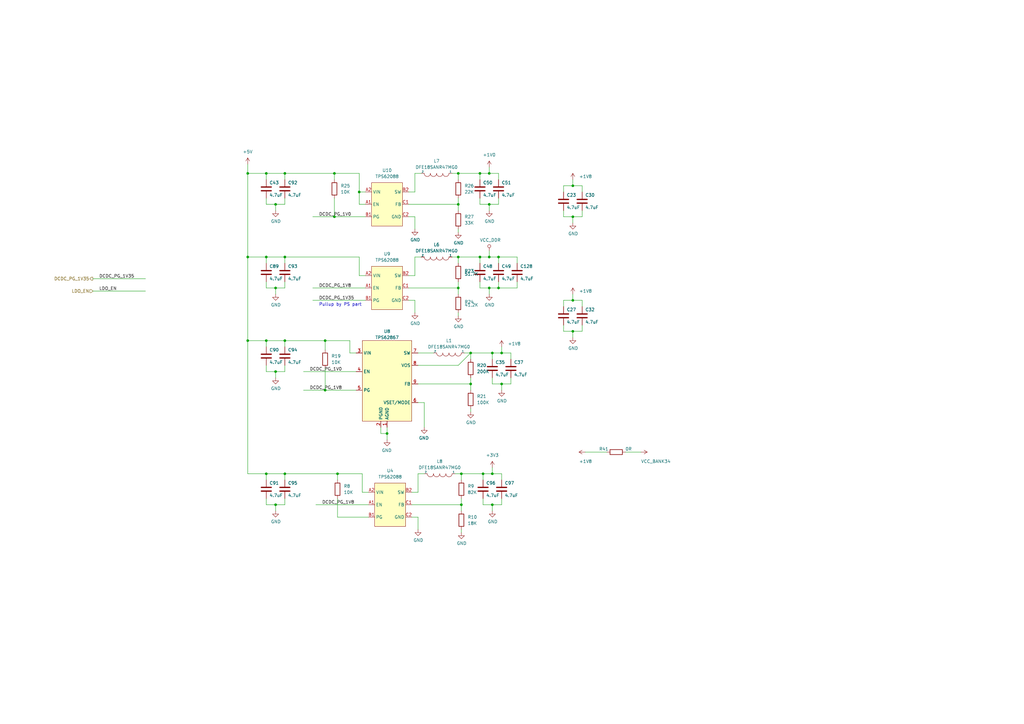
<source format=kicad_sch>
(kicad_sch (version 20231120) (generator "eeschema") (generator_version "8.0")
  (paper "A3")
  (lib_symbols
    (symbol "7z010_ddr:VCC_BANK34" (power) (pin_names (offset 0))
      (property "Value" "VCC_BANK34" (at 3.81 0 90))
      (symbol "VCC_BANK34_0_1"
        (polyline (pts (xy -0.762 1.27) (xy 0 2.54)))
        (polyline (pts (xy 0 0) (xy 0 2.54)))
        (polyline (pts (xy 0 2.54) (xy 0.762 1.27)))
      )
      (symbol "VCC_BANK34_1_1"
        (pin power_in line (at 0 0 90) (length 0) hide (name "VCC_BANK34") (number "1"))
      )
    )
    (symbol "7z010_ddr:VCC_DDR-power" (power) (pin_names (offset 0))
      (property "Value" "VCC_DDR-power" (at 0 3.81 0))
      (symbol "VCC_DDR-power_0_1"
        (polyline (pts (xy 0 0) (xy 0 1.27)))
        (circle (center 0 1.905) (radius 0.635))
      )
      (symbol "VCC_DDR-power_1_1"
        (pin power_in line (at 0 0 90) (length 0) hide (name "VCC_DDR") (number "1"))
      )
    )
    (symbol "Device:C" (pin_numbers hide) (pin_names (offset 0.254))
      (property "Reference" "C" (at 0.635 2.54 0))
      (property "Value" "C" (at 0.635 -2.54 0))
      (symbol "C_0_1"
        (polyline (pts (xy -2.032 -0.762) (xy 2.032 -0.762)) (stroke (width 0.508)))
        (polyline (pts (xy -2.032 0.762) (xy 2.032 0.762)) (stroke (width 0.508)))
      )
      (symbol "C_1_1"
        (pin passive line (at 0 3.81 270) (length 2.794) (name "~") (number "1"))
        (pin passive line (at 0 -3.81 90) (length 2.794) (name "~") (number "2"))
      )
    )
    (symbol "Device:R" (pin_numbers hide) (pin_names (offset 0))
      (property "Reference" "R" (at 2.032 0 90))
      (property "Value" "R" (at 0 0 90))
      (symbol "R_0_1"
        (rectangle (start -1.016 -2.54) (end 1.016 2.54) (stroke (width 0.254)))
      )
      (symbol "R_1_1"
        (pin passive line (at 0 3.81 270) (length 1.27) (name "~") (number "1"))
        (pin passive line (at 0 -3.81 90) (length 1.27) (name "~") (number "2"))
      )
    )
    (symbol "Power_Supervisor_Local:TPS62088"
      (property "Reference" "U10" (at 0 13.97 0))
      (property "Value" "TPS62088" (at 0 11.43 0))
      (symbol "TPS62088_0_1"
        (rectangle (start -6.35 8.89) (end 6.35 -8.89) (stroke (width 0.1524)) (fill (type background)))
      )
      (symbol "TPS62088_1_1"
        (pin input line (at -8.89 0 0) (length 2.54) (name "EN") (number "A1"))
        (pin power_in line (at -8.89 5.08 0) (length 2.54) (name "VIN") (number "A2"))
        (pin output line (at -8.89 -5.08 0) (length 2.54) (name "PG") (number "B1"))
        (pin power_out line (at 8.89 5.08 180) (length 2.54) (name "SW") (number "B2"))
        (pin input line (at 8.89 0 180) (length 2.54) (name "FB") (number "C1"))
        (pin passive line (at 8.89 -5.08 180) (length 2.54) (name "GND") (number "C2"))
      )
    )
    (symbol "Power_Supervisor_Local:TPS62867"
      (property "Reference" "U" (at 0 20.32 0))
      (property "Value" "TPS62867" (at 10.16 -20.32 0))
      (symbol "TPS62867_0_1"
        (rectangle (start -10.16 17.78) (end 10.16 -15.24) (stroke (width 0.1524)) (fill (type background)))
      )
      (symbol "TPS62867_1_1"
        (pin passive line (at 0 -17.78 90) (length 2.54) (name "AGND") (number "1"))
        (pin passive line (at -2.54 -17.78 90) (length 2.54) (name "PGND") (number "2"))
        (pin power_in line (at -12.7 12.7 0) (length 2.54) (name "VIN") (number "3"))
        (pin input line (at -12.7 5.08 0) (length 2.54) (name "EN") (number "4"))
        (pin open_collector line (at -12.7 -2.54 0) (length 2.54) (name "PG") (number "5"))
        (pin input line (at 12.7 -7.62 180) (length 2.54) (name "VSET/MODE") (number "6"))
        (pin power_out line (at 12.7 12.7 180) (length 2.54) (name "SW") (number "7"))
        (pin input line (at 12.7 7.62 180) (length 2.54) (name "VOS") (number "8"))
        (pin input line (at 12.7 0 180) (length 2.54) (name "FB") (number "9"))
      )
    )
    (symbol "power:+1V0" (power) (pin_names (offset 0))
      (property "Value" "+1V0" (at 0 3.556 0))
      (symbol "+1V0_0_1"
        (polyline (pts (xy -0.762 1.27) (xy 0 2.54)))
        (polyline (pts (xy 0 0) (xy 0 2.54)))
        (polyline (pts (xy 0 2.54) (xy 0.762 1.27)))
      )
      (symbol "+1V0_1_1"
        (pin power_in line (at 0 0 90) (length 0) hide (name "+1V0") (number "1"))
      )
    )
    (symbol "power:+1V8" (power) (pin_names (offset 0))
      (property "Value" "+1V8" (at 0 3.556 0))
      (symbol "+1V8_0_1"
        (polyline (pts (xy -0.762 1.27) (xy 0 2.54)))
        (polyline (pts (xy 0 0) (xy 0 2.54)))
        (polyline (pts (xy 0 2.54) (xy 0.762 1.27)))
      )
      (symbol "+1V8_1_1"
        (pin power_in line (at 0 0 90) (length 0) hide (name "+1V8") (number "1"))
      )
    )
    (symbol "power:+3.3V" (power) (pin_names (offset 0))
      (property "Value" "+3.3V" (at 0 3.556 0))
      (symbol "+3.3V_0_1"
        (polyline (pts (xy -0.762 1.27) (xy 0 2.54)))
        (polyline (pts (xy 0 0) (xy 0 2.54)))
        (polyline (pts (xy 0 2.54) (xy 0.762 1.27)))
      )
      (symbol "+3.3V_1_1"
        (pin power_in line (at 0 0 90) (length 0) hide (name "+3V3") (number "1"))
      )
    )
    (symbol "power:+5V" (power) (pin_names (offset 0))
      (property "Value" "+5V" (at 0 3.556 0))
      (symbol "+5V_0_1"
        (polyline (pts (xy -0.762 1.27) (xy 0 2.54)))
        (polyline (pts (xy 0 0) (xy 0 2.54)))
        (polyline (pts (xy 0 2.54) (xy 0.762 1.27)))
      )
      (symbol "+5V_1_1"
        (pin power_in line (at 0 0 90) (length 0) hide (name "+5V") (number "1"))
      )
    )
    (symbol "power:GND" (power) (pin_names (offset 0))
      (property "Value" "GND" (at 0 -3.81 0))
      (symbol "GND_0_1"
        (polyline (pts (xy 0 0) (xy 0 -1.27) (xy 1.27 -1.27) (xy 0 -2.54) (xy -1.27 -1.27) (xy 0 -1.27)))
      )
      (symbol "GND_1_1"
        (pin power_in line (at 0 0 270) (length 0) hide (name "GND") (number "1"))
      )
    )
    (symbol "pspice:INDUCTOR" (pin_numbers hide) (pin_names (offset 0))
      (property "Reference" "L" (at 0 2.54 0))
      (property "Value" "INDUCTOR" (at 0 -1.27 0))
      (symbol "INDUCTOR_0_1"
        (arc (start -2.54 0) (mid -3.81 1.2645) (end -5.08 0))
        (arc (start 0 0) (mid -1.27 1.2645) (end -2.54 0))
        (arc (start 2.54 0) (mid 1.27 1.2645) (end 0 0))
        (arc (start 5.08 0) (mid 3.81 1.2645) (end 2.54 0))
      )
      (symbol "INDUCTOR_1_1"
        (pin input line (at -6.35 0 0) (length 1.27) (name "1") (number "1"))
        (pin input line (at 6.35 0 180) (length 1.27) (name "2") (number "2"))
      )
    )
  )
  (junction (at 187.96 71.12))
  (junction (at 189.23 194.31))
  (junction (at 113.03 207.01))
  (junction (at 158.75 177.8))
  (junction (at 234.95 135.89))
  (junction (at 187.96 83.82))
  (junction (at 200.66 118.11))
  (junction (at 116.84 105.41))
  (junction (at 113.03 83.82))
  (junction (at 109.22 139.7))
  (junction (at 133.35 139.7))
  (junction (at 187.96 118.11))
  (junction (at 200.66 71.12))
  (junction (at 116.84 71.12))
  (junction (at 201.93 144.78))
  (junction (at 116.84 139.7))
  (junction (at 196.85 71.12))
  (junction (at 137.16 88.9))
  (junction (at 198.12 194.31))
  (junction (at 234.95 123.19))
  (junction (at 133.35 160.02))
  (junction (at 113.03 118.11))
  (junction (at 109.22 71.12))
  (junction (at 200.66 105.41))
  (junction (at 113.03 152.4))
  (junction (at 204.47 105.41))
  (junction (at 109.22 194.31))
  (junction (at 147.32 78.74))
  (junction (at 101.6 105.41))
  (junction (at 187.96 105.41))
  (junction (at 193.04 144.78))
  (junction (at 204.47 118.11))
  (junction (at 205.74 144.78))
  (junction (at 137.16 71.12))
  (junction (at 200.66 83.82))
  (junction (at 196.85 105.41))
  (junction (at 201.93 194.31))
  (junction (at 101.6 71.12))
  (junction (at 234.95 76.2))
  (junction (at 189.23 207.01))
  (junction (at 201.93 207.01))
  (junction (at 138.43 194.31))
  (junction (at 116.84 194.31))
  (junction (at 205.74 157.48))
  (junction (at 101.6 139.7))
  (junction (at 234.95 88.9))
  (junction (at 109.22 105.41))
  (junction (at 193.04 157.48))
  (wire (pts (xy 147.32 83.82) (xy 147.32 78.74)))
  (wire (pts (xy 209.55 144.78) (xy 209.55 147.32)))
  (wire (pts (xy 113.03 207.01) (xy 116.84 207.01)))
  (wire (pts (xy 147.32 78.74) (xy 149.86 78.74)))
  (wire (pts (xy 256.54 185.42) (xy 262.89 185.42)))
  (wire (pts (xy 234.95 73.66) (xy 234.95 76.2)))
  (wire (pts (xy 212.09 107.95) (xy 212.09 105.41)))
  (wire (pts (xy 205.74 204.47) (xy 205.74 207.01)))
  (wire (pts (xy 205.74 157.48) (xy 205.74 160.02)))
  (wire (pts (xy 198.12 194.31) (xy 201.93 194.31)))
  (wire (pts (xy 193.04 144.78) (xy 190.5 144.78)))
  (wire (pts (xy 193.04 167.64) (xy 193.04 168.91)))
  (wire (pts (xy 189.23 217.17) (xy 189.23 218.44)))
  (wire (pts (xy 170.18 71.12) (xy 172.72 71.12)))
  (wire (pts (xy 196.85 115.57) (xy 196.85 118.11)))
  (wire (pts (xy 109.22 204.47) (xy 109.22 207.01)))
  (wire (pts (xy 116.84 71.12) (xy 137.16 71.12)))
  (wire (pts (xy 205.74 144.78) (xy 209.55 144.78)))
  (wire (pts (xy 170.18 113.03) (xy 170.18 105.41)))
  (wire (pts (xy 193.04 144.78) (xy 187.96 149.86)))
  (wire (pts (xy 113.03 207.01) (xy 113.03 209.55)))
  (wire (pts (xy 109.22 105.41) (xy 116.84 105.41)))
  (wire (pts (xy 147.32 113.03) (xy 149.86 113.03)))
  (wire (pts (xy 109.22 81.28) (xy 109.22 83.82)))
  (wire (pts (xy 109.22 149.86) (xy 109.22 152.4)))
  (wire (pts (xy 113.03 152.4) (xy 113.03 154.94)))
  (wire (pts (xy 201.93 147.32) (xy 201.93 144.78)))
  (wire (pts (xy 231.14 135.89) (xy 234.95 135.89)))
  (wire (pts (xy 193.04 157.48) (xy 193.04 154.94)))
  (wire (pts (xy 148.59 194.31) (xy 148.59 201.93)))
  (wire (pts (xy 109.22 142.24) (xy 109.22 139.7)))
  (wire (pts (xy 143.51 144.78) (xy 146.05 144.78)))
  (wire (pts (xy 189.23 196.85) (xy 189.23 194.31)))
  (wire (pts (xy 196.85 118.11) (xy 200.66 118.11)))
  (wire (pts (xy 101.6 105.41) (xy 101.6 139.7)))
  (wire (pts (xy 133.35 139.7) (xy 143.51 139.7)))
  (wire (pts (xy 187.96 118.11) (xy 187.96 115.57)))
  (wire (pts (xy 116.84 204.47) (xy 116.84 207.01)))
  (wire (pts (xy 200.66 118.11) (xy 204.47 118.11)))
  (wire (pts (xy 231.14 133.35) (xy 231.14 135.89)))
  (wire (pts (xy 171.45 194.31) (xy 173.99 194.31)))
  (wire (pts (xy 204.47 118.11) (xy 212.09 118.11)))
  (wire (pts (xy 137.16 71.12) (xy 147.32 71.12)))
  (wire (pts (xy 204.47 115.57) (xy 204.47 118.11)))
  (wire (pts (xy 171.45 144.78) (xy 177.8 144.78)))
  (wire (pts (xy 133.35 160.02) (xy 146.05 160.02)))
  (wire (pts (xy 231.14 76.2) (xy 234.95 76.2)))
  (wire (pts (xy 170.18 78.74) (xy 170.18 71.12)))
  (wire (pts (xy 231.14 86.36) (xy 231.14 88.9)))
  (wire (pts (xy 158.75 177.8) (xy 158.75 180.34)))
  (wire (pts (xy 200.66 83.82) (xy 200.66 86.36)))
  (wire (pts (xy 116.84 105.41) (xy 147.32 105.41)))
  (wire (pts (xy 205.74 142.24) (xy 205.74 144.78)))
  (wire (pts (xy 187.96 93.98) (xy 187.96 95.25)))
  (wire (pts (xy 101.6 139.7) (xy 109.22 139.7)))
  (wire (pts (xy 234.95 76.2) (xy 238.76 76.2)))
  (wire (pts (xy 196.85 83.82) (xy 200.66 83.82)))
  (wire (pts (xy 109.22 152.4) (xy 113.03 152.4)))
  (wire (pts (xy 238.76 86.36) (xy 238.76 88.9)))
  (wire (pts (xy 101.6 71.12) (xy 109.22 71.12)))
  (wire (pts (xy 240.03 185.42) (xy 248.92 185.42)))
  (wire (pts (xy 204.47 105.41) (xy 204.47 107.95)))
  (wire (pts (xy 143.51 139.7) (xy 143.51 144.78)))
  (wire (pts (xy 234.95 120.65) (xy 234.95 123.19)))
  (wire (pts (xy 109.22 107.95) (xy 109.22 105.41)))
  (wire (pts (xy 113.03 118.11) (xy 113.03 120.65)))
  (wire (pts (xy 158.75 175.26) (xy 158.75 177.8)))
  (wire (pts (xy 147.32 71.12) (xy 147.32 78.74)))
  (wire (pts (xy 171.45 165.1) (xy 173.99 165.1)))
  (wire (pts (xy 101.6 194.31) (xy 109.22 194.31)))
  (wire (pts (xy 116.84 81.28) (xy 116.84 83.82)))
  (wire (pts (xy 101.6 194.31) (xy 101.6 139.7)))
  (wire (pts (xy 200.66 105.41) (xy 204.47 105.41)))
  (wire (pts (xy 101.6 67.31) (xy 101.6 71.12)))
  (wire (pts (xy 137.16 88.9) (xy 149.86 88.9)))
  (wire (pts (xy 147.32 105.41) (xy 147.32 113.03)))
  (wire (pts (xy 234.95 123.19) (xy 238.76 123.19)))
  (wire (pts (xy 185.42 71.12) (xy 187.96 71.12)))
  (wire (pts (xy 116.84 149.86) (xy 116.84 152.4)))
  (wire (pts (xy 109.22 196.85) (xy 109.22 194.31)))
  (wire (pts (xy 238.76 76.2) (xy 238.76 78.74)))
  (wire (pts (xy 201.93 207.01) (xy 201.93 209.55)))
  (wire (pts (xy 113.03 152.4) (xy 116.84 152.4)))
  (wire (pts (xy 168.91 201.93) (xy 171.45 201.93)))
  (wire (pts (xy 193.04 157.48) (xy 193.04 160.02)))
  (wire (pts (xy 113.03 83.82) (xy 116.84 83.82)))
  (wire (pts (xy 167.64 78.74) (xy 170.18 78.74)))
  (wire (pts (xy 167.64 88.9) (xy 170.18 88.9)))
  (wire (pts (xy 196.85 105.41) (xy 200.66 105.41)))
  (wire (pts (xy 187.96 118.11) (xy 187.96 120.65)))
  (wire (pts (xy 187.96 83.82) (xy 187.96 81.28)))
  (wire (pts (xy 124.46 160.02) (xy 133.35 160.02)))
  (wire (pts (xy 170.18 105.41) (xy 172.72 105.41)))
  (wire (pts (xy 200.66 71.12) (xy 204.47 71.12)))
  (wire (pts (xy 109.22 207.01) (xy 113.03 207.01)))
  (wire (pts (xy 147.32 83.82) (xy 149.86 83.82)))
  (wire (pts (xy 187.96 73.66) (xy 187.96 71.12)))
  (wire (pts (xy 189.23 207.01) (xy 168.91 207.01)))
  (wire (pts (xy 200.66 102.87) (xy 200.66 105.41)))
  (wire (pts (xy 234.95 88.9) (xy 238.76 88.9)))
  (wire (pts (xy 187.96 71.12) (xy 196.85 71.12)))
  (wire (pts (xy 185.42 105.41) (xy 187.96 105.41)))
  (wire (pts (xy 196.85 71.12) (xy 200.66 71.12)))
  (wire (pts (xy 109.22 73.66) (xy 109.22 71.12)))
  (wire (pts (xy 198.12 207.01) (xy 201.93 207.01)))
  (wire (pts (xy 128.27 123.19) (xy 149.86 123.19)))
  (wire (pts (xy 187.96 83.82) (xy 167.64 83.82)))
  (wire (pts (xy 138.43 212.09) (xy 151.13 212.09)))
  (wire (pts (xy 170.18 123.19) (xy 170.18 128.27)))
  (wire (pts (xy 116.84 194.31) (xy 138.43 194.31)))
  (wire (pts (xy 129.54 207.01) (xy 151.13 207.01)))
  (wire (pts (xy 116.84 139.7) (xy 133.35 139.7)))
  (wire (pts (xy 200.66 118.11) (xy 200.66 120.65)))
  (wire (pts (xy 238.76 133.35) (xy 238.76 135.89)))
  (wire (pts (xy 204.47 81.28) (xy 204.47 83.82)))
  (wire (pts (xy 128.27 118.11) (xy 149.86 118.11)))
  (wire (pts (xy 109.22 139.7) (xy 116.84 139.7)))
  (wire (pts (xy 200.66 68.58) (xy 200.66 71.12)))
  (wire (pts (xy 187.96 128.27) (xy 187.96 129.54)))
  (wire (pts (xy 148.59 201.93) (xy 151.13 201.93)))
  (wire (pts (xy 167.64 123.19) (xy 170.18 123.19)))
  (wire (pts (xy 116.84 194.31) (xy 116.84 196.85)))
  (wire (pts (xy 231.14 78.74) (xy 231.14 76.2)))
  (wire (pts (xy 109.22 71.12) (xy 116.84 71.12)))
  (wire (pts (xy 171.45 149.86) (xy 187.96 149.86)))
  (wire (pts (xy 231.14 88.9) (xy 234.95 88.9)))
  (wire (pts (xy 116.84 115.57) (xy 116.84 118.11)))
  (wire (pts (xy 138.43 204.47) (xy 138.43 212.09)))
  (wire (pts (xy 138.43 194.31) (xy 148.59 194.31)))
  (wire (pts (xy 196.85 73.66) (xy 196.85 71.12)))
  (wire (pts (xy 201.93 154.94) (xy 201.93 157.48)))
  (wire (pts (xy 238.76 123.19) (xy 238.76 125.73)))
  (wire (pts (xy 234.95 88.9) (xy 234.95 91.44)))
  (wire (pts (xy 109.22 118.11) (xy 113.03 118.11)))
  (wire (pts (xy 187.96 83.82) (xy 187.96 86.36)))
  (wire (pts (xy 201.93 157.48) (xy 205.74 157.48)))
  (wire (pts (xy 171.45 201.93) (xy 171.45 194.31)))
  (wire (pts (xy 113.03 118.11) (xy 116.84 118.11)))
  (wire (pts (xy 156.21 175.26) (xy 156.21 177.8)))
  (wire (pts (xy 109.22 115.57) (xy 109.22 118.11)))
  (wire (pts (xy 205.74 194.31) (xy 205.74 196.85)))
  (wire (pts (xy 193.04 144.78) (xy 193.04 147.32)))
  (wire (pts (xy 187.96 118.11) (xy 167.64 118.11)))
  (wire (pts (xy 209.55 154.94) (xy 209.55 157.48)))
  (wire (pts (xy 128.27 88.9) (xy 137.16 88.9)))
  (wire (pts (xy 200.66 83.82) (xy 204.47 83.82)))
  (wire (pts (xy 231.14 123.19) (xy 234.95 123.19)))
  (wire (pts (xy 38.1 114.3) (xy 59.69 114.3)))
  (wire (pts (xy 234.95 135.89) (xy 234.95 138.43)))
  (wire (pts (xy 189.23 194.31) (xy 198.12 194.31)))
  (wire (pts (xy 196.85 107.95) (xy 196.85 105.41)))
  (wire (pts (xy 212.09 105.41) (xy 204.47 105.41)))
  (wire (pts (xy 201.93 194.31) (xy 205.74 194.31)))
  (wire (pts (xy 116.84 71.12) (xy 116.84 73.66)))
  (wire (pts (xy 201.93 144.78) (xy 205.74 144.78)))
  (wire (pts (xy 168.91 212.09) (xy 171.45 212.09)))
  (wire (pts (xy 171.45 212.09) (xy 171.45 217.17)))
  (wire (pts (xy 231.14 125.73) (xy 231.14 123.19)))
  (wire (pts (xy 133.35 151.13) (xy 133.35 160.02)))
  (wire (pts (xy 109.22 194.31) (xy 116.84 194.31)))
  (wire (pts (xy 173.99 165.1) (xy 173.99 175.26)))
  (wire (pts (xy 109.22 83.82) (xy 113.03 83.82)))
  (wire (pts (xy 124.46 152.4) (xy 146.05 152.4)))
  (wire (pts (xy 201.93 207.01) (xy 205.74 207.01)))
  (wire (pts (xy 137.16 81.28) (xy 137.16 88.9)))
  (wire (pts (xy 189.23 207.01) (xy 189.23 204.47)))
  (wire (pts (xy 138.43 196.85) (xy 138.43 194.31)))
  (wire (pts (xy 198.12 196.85) (xy 198.12 194.31)))
  (wire (pts (xy 101.6 105.41) (xy 109.22 105.41)))
  (wire (pts (xy 212.09 118.11) (xy 212.09 115.57)))
  (wire (pts (xy 116.84 105.41) (xy 116.84 107.95)))
  (wire (pts (xy 187.96 107.95) (xy 187.96 105.41)))
  (wire (pts (xy 171.45 157.48) (xy 193.04 157.48)))
  (wire (pts (xy 234.95 135.89) (xy 238.76 135.89)))
  (wire (pts (xy 198.12 204.47) (xy 198.12 207.01)))
  (wire (pts (xy 137.16 73.66) (xy 137.16 71.12)))
  (wire (pts (xy 205.74 157.48) (xy 209.55 157.48)))
  (wire (pts (xy 113.03 83.82) (xy 113.03 86.36)))
  (wire (pts (xy 196.85 81.28) (xy 196.85 83.82)))
  (wire (pts (xy 133.35 143.51) (xy 133.35 139.7)))
  (wire (pts (xy 101.6 71.12) (xy 101.6 105.41)))
  (wire (pts (xy 187.96 105.41) (xy 196.85 105.41)))
  (wire (pts (xy 186.69 194.31) (xy 189.23 194.31)))
  (wire (pts (xy 193.04 144.78) (xy 201.93 144.78)))
  (wire (pts (xy 204.47 71.12) (xy 204.47 73.66)))
  (wire (pts (xy 170.18 88.9) (xy 170.18 93.98)))
  (wire (pts (xy 116.84 139.7) (xy 116.84 142.24)))
  (wire (pts (xy 156.21 177.8) (xy 158.75 177.8)))
  (wire (pts (xy 167.64 113.03) (xy 170.18 113.03)))
  (wire (pts (xy 201.93 191.77) (xy 201.93 194.31)))
  (wire (pts (xy 38.1 119.38) (xy 59.69 119.38)))
  (wire (pts (xy 189.23 207.01) (xy 189.23 209.55)))
  (text "Pullup by PS part\n" (at 130.81 125.73 0) (effects (font (size 1.27 1.27)) (justify left bottom)))
  (label "DCDC_PG_1V8" (at 132.08 207.01 0))
  (label "DCDC_PG_1V8" (at 130.81 118.11 0))
  (label "DCDC_PG_1V35" (at 40.64 114.3 0))
  (label "DCDC_PG_1V0" (at 130.81 88.9 0))
  (label "LDO_EN" (at 40.64 119.38 0))
  (label "DCDC_PG_1V8" (at 127 160.02 0))
  (label "DCDC_PG_1V0" (at 127 152.4 0))
  (label "DCDC_PG_1V35" (at 130.81 123.19 0))
  (hierarchical_label "LDO_EN" (shape input) (at 38.1 119.38 180))
  (hierarchical_label "DCDC_PG_1V35" (shape output) (at 38.1 114.3 180))
  (symbol (lib_id "Device:R") (at 138.43 200.66 0) (unit 1)
    (property "Reference" "R8" (at 140.97 199.3899 0) (effects (justify left)))
    (property "Value" "10K" (at 140.97 201.9299 0) (effects (justify left)))
    (property "Footprint" "Resistor_SMD:R_0201_0603Metric" (effects (hide yes)))
  )
  (symbol (lib_id "power:+5V") (at 101.6 67.31 0) (unit 1)
    (property "Reference" "#PWR0178" (effects (hide yes)))
    (property "Value" "+5V" (at 101.6 62.23 0))
  )
  (symbol (lib_id "Device:C") (at 116.84 146.05 0) (unit 1)
    (property "Reference" "C94" (at 118.11 143.51 0) (effects (justify left)))
    (property "Value" "4.7uF" (at 118.11 148.59 0) (effects (justify left)))
    (property "Footprint" "Capacitor_SMD:C_0402_1005Metric" (effects (hide yes)))
  )
  (symbol (lib_id "power:GND") (at 158.75 180.34 0) (mirror y) (unit 1)
    (property "Reference" "#PWR0157" (effects (hide yes)))
    (property "Value" "GND" (at 158.623 184.7342 0))
  )
  (symbol (lib_id "power:GND") (at 234.95 138.43 0) (unit 1)
    (property "Reference" "#PWR0151" (effects (hide yes)))
    (property "Value" "GND" (at 235.077 142.8242 0))
  )
  (symbol (lib_id "power:GND") (at 113.03 209.55 0) (unit 1)
    (property "Reference" "#PWR0177" (effects (hide yes)))
    (property "Value" "GND" (at 113.157 213.9442 0))
  )
  (symbol (lib_id "Device:R") (at 187.96 90.17 0) (unit 1)
    (property "Reference" "R27" (at 190.5 88.8999 0) (effects (justify left)))
    (property "Value" "33K" (at 190.5 91.4399 0) (effects (justify left)))
    (property "Footprint" "Resistor_SMD:R_0201_0603Metric" (effects (hide yes)))
  )
  (symbol (lib_id "Device:R") (at 187.96 77.47 0) (unit 1)
    (property "Reference" "R26" (at 190.5 76.1999 0) (effects (justify left)))
    (property "Value" "22K" (at 190.5 78.7399 0) (effects (justify left)))
    (property "Footprint" "Resistor_SMD:R_0201_0603Metric" (effects (hide yes)))
  )
  (symbol (lib_id "Device:C") (at 116.84 200.66 0) (unit 1)
    (property "Reference" "C95" (at 118.11 198.12 0) (effects (justify left)))
    (property "Value" "4.7uF" (at 118.11 203.2 0) (effects (justify left)))
    (property "Footprint" "Capacitor_SMD:C_0402_1005Metric" (effects (hide yes)))
  )
  (symbol (lib_id "power:GND") (at 234.95 91.44 0) (unit 1)
    (property "Reference" "#PWR0152" (effects (hide yes)))
    (property "Value" "GND" (at 235.077 95.8342 0))
  )
  (symbol (lib_id "Device:C") (at 116.84 111.76 0) (unit 1)
    (property "Reference" "C93" (at 118.11 109.22 0) (effects (justify left)))
    (property "Value" "4.7uF" (at 118.11 114.3 0) (effects (justify left)))
    (property "Footprint" "Capacitor_SMD:C_0402_1005Metric" (effects (hide yes)))
  )
  (symbol (lib_id "power:+1V8") (at 205.74 142.24 0) (unit 1)
    (property "Reference" "#PWR0158" (effects (hide yes)))
    (property "Value" "+1V8" (at 208.28 140.9699 0) (effects (justify left)))
  )
  (symbol (lib_id "Device:C") (at 238.76 82.55 0) (unit 1)
    (property "Reference" "C30" (at 240.03 80.01 0) (effects (justify left)))
    (property "Value" "4.7uF" (at 240.03 85.09 0) (effects (justify left)))
    (property "Footprint" "Capacitor_SMD:C_0402_1005Metric" (effects (hide yes)))
  )
  (symbol (lib_id "pspice:INDUCTOR") (at 180.34 194.31 180) (unit 1)
    (property "Reference" "L8" (at 180.34 189.23 0))
    (property "Value" "DFE18SANR47MG0" (at 180.34 191.77 0))
    (property "Footprint" "Inductor_SMD:L_Murata_LQH2MCNxxxx02_2.0x1.6mm" (effects (hide yes)))
  )
  (symbol (lib_id "power:GND") (at 113.03 86.36 0) (unit 1)
    (property "Reference" "#PWR0174" (effects (hide yes)))
    (property "Value" "GND" (at 113.157 90.7542 0))
  )
  (symbol (lib_id "Power_Supervisor_Local:TPS62088") (at 160.02 207.01 0) (unit 1)
    (property "Reference" "U4" (at 160.02 193.04 0))
    (property "Value" "TPS62088" (at 160.02 195.58 0))
    (property "Footprint" "Capacitor_SMD_Local:PowerWCSP-6" (effects (hide yes)))
  )
  (symbol (lib_id "Device:C") (at 109.22 200.66 0) (unit 1)
    (property "Reference" "C91" (at 110.49 198.12 0) (effects (justify left)))
    (property "Value" "4.7uF" (at 110.49 203.2 0) (effects (justify left)))
    (property "Footprint" "Capacitor_SMD:C_0402_1005Metric" (effects (hide yes)))
  )
  (symbol (lib_id "7z010_ddr:VCC_BANK34") (at 262.89 185.42 270) (unit 1)
    (property "Reference" "#PWR0136" (effects (hide yes)))
    (property "Value" "VCC_BANK34" (at 262.89 189.23 90) (effects (justify left)))
  )
  (symbol (lib_id "power:+1V8") (at 240.03 185.42 90) (unit 1)
    (property "Reference" "#PWR0225" (effects (hide yes)))
    (property "Value" "+1V8" (at 237.49 189.23 90) (effects (justify right)))
  )
  (symbol (lib_id "pspice:INDUCTOR") (at 179.07 71.12 180) (unit 1)
    (property "Reference" "L7" (at 179.07 66.04 0))
    (property "Value" "DFE18SANR47MG0" (at 179.07 68.58 0))
    (property "Footprint" "Inductor_SMD:L_Murata_LQH2MCNxxxx02_2.0x1.6mm" (effects (hide yes)))
  )
  (symbol (lib_id "Device:C") (at 109.22 146.05 0) (unit 1)
    (property "Reference" "C90" (at 110.49 143.51 0) (effects (justify left)))
    (property "Value" "4.7uF" (at 110.49 148.59 0) (effects (justify left)))
    (property "Footprint" "Capacitor_SMD:C_0402_1005Metric" (effects (hide yes)))
  )
  (symbol (lib_id "Device:C") (at 204.47 111.76 0) (unit 1)
    (property "Reference" "C49" (at 205.74 109.22 0) (effects (justify left)))
    (property "Value" "4.7uF" (at 205.74 114.3 0) (effects (justify left)))
    (property "Footprint" "Capacitor_SMD:C_0402_1005Metric" (effects (hide yes)))
  )
  (symbol (lib_id "Device:R") (at 193.04 151.13 0) (unit 1)
    (property "Reference" "R20" (at 195.58 149.8599 0) (effects (justify left)))
    (property "Value" "200K" (at 195.58 152.3999 0) (effects (justify left)))
    (property "Footprint" "Resistor_SMD:R_0201_0603Metric" (effects (hide yes)))
  )
  (symbol (lib_id "power:+1V8") (at 234.95 73.66 0) (unit 1)
    (property "Reference" "#PWR0153" (effects (hide yes)))
    (property "Value" "+1V8" (at 237.49 72.3899 0) (effects (justify left)))
  )
  (symbol (lib_id "Device:R") (at 133.35 147.32 0) (unit 1)
    (property "Reference" "R19" (at 135.89 146.0499 0) (effects (justify left)))
    (property "Value" "10K" (at 135.89 148.5899 0) (effects (justify left)))
    (property "Footprint" "Resistor_SMD:R_0201_0603Metric" (effects (hide yes)))
  )
  (symbol (lib_id "Device:C") (at 116.84 77.47 0) (unit 1)
    (property "Reference" "C92" (at 118.11 74.93 0) (effects (justify left)))
    (property "Value" "4.7uF" (at 118.11 80.01 0) (effects (justify left)))
    (property "Footprint" "Capacitor_SMD:C_0402_1005Metric" (effects (hide yes)))
  )
  (symbol (lib_id "Power_Supervisor_Local:TPS62867") (at 158.75 157.48 0) (unit 1)
    (property "Reference" "U8" (at 158.75 135.89 0))
    (property "Value" "TPS62867" (at 158.75 138.43 0))
    (property "Footprint" "Capacitor_SMD_Local:VQFN-HR" (effects (hide yes)))
  )
  (symbol (lib_id "power:GND") (at 170.18 93.98 0) (unit 1)
    (property "Reference" "#PWR0167" (effects (hide yes)))
    (property "Value" "GND" (at 170.307 98.3742 0))
  )
  (symbol (lib_id "Device:C") (at 231.14 82.55 0) (unit 1)
    (property "Reference" "C23" (at 232.41 80.01 0) (effects (justify left)))
    (property "Value" "4.7uF" (at 232.41 85.09 0) (effects (justify left)))
    (property "Footprint" "Capacitor_SMD:C_0402_1005Metric" (effects (hide yes)))
  )
  (symbol (lib_id "power:GND") (at 201.93 209.55 0) (unit 1)
    (property "Reference" "#PWR0172" (effects (hide yes)))
    (property "Value" "GND" (at 202.057 213.9442 0))
  )
  (symbol (lib_id "Device:R") (at 189.23 213.36 0) (unit 1)
    (property "Reference" "R10" (at 191.77 212.0899 0) (effects (justify left)))
    (property "Value" "18K" (at 191.77 214.6299 0) (effects (justify left)))
    (property "Footprint" "Resistor_SMD:R_0201_0603Metric" (effects (hide yes)))
  )
  (symbol (lib_id "Device:C") (at 212.09 111.76 0) (unit 1)
    (property "Reference" "C128" (at 213.36 109.22 0) (effects (justify left)))
    (property "Value" "4.7uF" (at 213.36 114.3 0) (effects (justify left)))
    (property "Footprint" "Capacitor_SMD:C_0402_1005Metric" (effects (hide yes)))
  )
  (symbol (lib_id "Device:R") (at 252.73 185.42 90) (unit 1)
    (property "Reference" "R41" (at 247.65 184.15 90))
    (property "Value" "0R" (at 257.81 184.15 90))
    (property "Footprint" "Resistor_SMD:R_0402_1005Metric" (effects (hide yes)))
  )
  (symbol (lib_id "Device:C") (at 201.93 151.13 0) (unit 1)
    (property "Reference" "C35" (at 203.2 148.59 0) (effects (justify left)))
    (property "Value" "4.7uF" (at 203.2 153.67 0) (effects (justify left)))
    (property "Footprint" "Capacitor_SMD:C_0402_1005Metric" (effects (hide yes)))
  )
  (symbol (lib_id "power:+1V0") (at 200.66 68.58 0) (unit 1)
    (property "Reference" "#PWR0168" (effects (hide yes)))
    (property "Value" "+1V0" (at 200.66 63.5 0))
  )
  (symbol (lib_id "pspice:INDUCTOR") (at 179.07 105.41 180) (unit 1)
    (property "Reference" "L6" (at 179.07 100.33 0))
    (property "Value" "DFE18SANR47MG0" (at 179.07 102.87 0))
    (property "Footprint" "Inductor_SMD:L_Murata_LQH2MCNxxxx02_2.0x1.6mm" (effects (hide yes)))
  )
  (symbol (lib_id "Device:R") (at 193.04 163.83 0) (unit 1)
    (property "Reference" "R21" (at 195.58 162.5599 0) (effects (justify left)))
    (property "Value" "100K" (at 195.58 165.0999 0) (effects (justify left)))
    (property "Footprint" "Resistor_SMD:R_0201_0603Metric" (effects (hide yes)))
  )
  (symbol (lib_id "Device:C") (at 109.22 111.76 0) (unit 1)
    (property "Reference" "C89" (at 110.49 109.22 0) (effects (justify left)))
    (property "Value" "4.7uF" (at 110.49 114.3 0) (effects (justify left)))
    (property "Footprint" "Capacitor_SMD:C_0402_1005Metric" (effects (hide yes)))
  )
  (symbol (lib_id "power:GND") (at 205.74 160.02 0) (unit 1)
    (property "Reference" "#PWR0159" (effects (hide yes)))
    (property "Value" "GND" (at 205.867 164.4142 0))
  )
  (symbol (lib_id "Device:R") (at 137.16 77.47 0) (unit 1)
    (property "Reference" "R25" (at 139.7 76.1999 0) (effects (justify left)))
    (property "Value" "10K" (at 139.7 78.7399 0) (effects (justify left)))
    (property "Footprint" "Resistor_SMD:R_0201_0603Metric" (effects (hide yes)))
  )
  (symbol (lib_id "power:GND") (at 170.18 128.27 0) (unit 1)
    (property "Reference" "#PWR0162" (effects (hide yes)))
    (property "Value" "GND" (at 170.307 132.6642 0))
  )
  (symbol (lib_id "Device:C") (at 209.55 151.13 0) (unit 1)
    (property "Reference" "C37" (at 210.82 148.59 0) (effects (justify left)))
    (property "Value" "4.7uF" (at 210.82 153.67 0) (effects (justify left)))
    (property "Footprint" "Capacitor_SMD:C_0402_1005Metric" (effects (hide yes)))
  )
  (symbol (lib_id "Device:C") (at 238.76 129.54 0) (unit 1)
    (property "Reference" "C32" (at 240.03 127 0) (effects (justify left)))
    (property "Value" "4.7uF" (at 240.03 132.08 0) (effects (justify left)))
    (property "Footprint" "Capacitor_SMD:C_0402_1005Metric" (effects (hide yes)))
  )
  (symbol (lib_id "power:GND") (at 113.03 154.94 0) (unit 1)
    (property "Reference" "#PWR0176" (effects (hide yes)))
    (property "Value" "GND" (at 113.157 159.3342 0))
  )
  (symbol (lib_id "power:GND") (at 171.45 217.17 0) (unit 1)
    (property "Reference" "#PWR0137" (effects (hide yes)))
    (property "Value" "GND" (at 171.577 221.5642 0))
  )
  (symbol (lib_id "power:+3.3V") (at 201.93 191.77 0) (unit 1)
    (property "Reference" "#PWR0173" (effects (hide yes)))
    (property "Value" "+3V3" (at 201.93 186.69 0))
  )
  (symbol (lib_id "power:GND") (at 113.03 120.65 0) (unit 1)
    (property "Reference" "#PWR0175" (effects (hide yes)))
    (property "Value" "GND" (at 113.157 125.0442 0))
  )
  (symbol (lib_id "Power_Supervisor_Local:TPS62088") (at 158.75 118.11 0) (unit 1)
    (property "Reference" "U9" (at 158.75 104.14 0))
    (property "Value" "TPS62088" (at 158.75 106.68 0))
    (property "Footprint" "Capacitor_SMD_Local:PowerWCSP-6" (effects (hide yes)))
  )
  (symbol (lib_id "Device:C") (at 204.47 77.47 0) (unit 1)
    (property "Reference" "C51" (at 205.74 74.93 0) (effects (justify left)))
    (property "Value" "4.7uF" (at 205.74 80.01 0) (effects (justify left)))
    (property "Footprint" "Capacitor_SMD:C_0402_1005Metric" (effects (hide yes)))
  )
  (symbol (lib_id "Power_Supervisor_Local:TPS62088") (at 158.75 83.82 0) (unit 1)
    (property "Reference" "U10" (at 158.75 69.85 0))
    (property "Value" "TPS62088" (at 158.75 72.39 0))
    (property "Footprint" "Capacitor_SMD_Local:PowerWCSP-6" (effects (hide yes)))
  )
  (symbol (lib_id "Device:C") (at 231.14 129.54 0) (unit 1)
    (property "Reference" "C27" (at 232.41 127 0) (effects (justify left)))
    (property "Value" "4.7uF" (at 232.41 132.08 0) (effects (justify left)))
    (property "Footprint" "Capacitor_SMD:C_0402_1005Metric" (effects (hide yes)))
  )
  (symbol (lib_id "power:GND") (at 187.96 95.25 0) (unit 1)
    (property "Reference" "#PWR0166" (effects (hide yes)))
    (property "Value" "GND" (at 188.087 99.6442 0))
  )
  (symbol (lib_id "power:GND") (at 189.23 218.44 0) (unit 1)
    (property "Reference" "#PWR0139" (effects (hide yes)))
    (property "Value" "GND" (at 189.357 222.8342 0))
  )
  (symbol (lib_id "pspice:INDUCTOR") (at 184.15 144.78 180) (unit 1)
    (property "Reference" "L1" (at 184.15 139.7 0))
    (property "Value" "DFE18SANR47MG0" (at 184.15 142.24 0))
    (property "Footprint" "Inductor_SMD:L_Murata_LQH2MCNxxxx02_2.0x1.6mm" (effects (hide yes)))
  )
  (symbol (lib_id "power:GND") (at 200.66 120.65 0) (unit 1)
    (property "Reference" "#PWR0164" (effects (hide yes)))
    (property "Value" "GND" (at 200.787 125.0442 0))
  )
  (symbol (lib_id "Device:R") (at 187.96 111.76 0) (unit 1)
    (property "Reference" "R23" (at 190.5 111.125 0) (effects (justify left)))
    (property "Value" "51.7K" (at 190.5 112.395 0) (effects (justify left)))
    (property "Footprint" "Resistor_SMD:R_0201_0603Metric" (effects (hide yes)))
  )
  (symbol (lib_id "Device:C") (at 198.12 200.66 0) (unit 1)
    (property "Reference" "C96" (at 199.39 198.12 0) (effects (justify left)))
    (property "Value" "4.7uF" (at 199.39 203.2 0) (effects (justify left)))
    (property "Footprint" "Capacitor_SMD:C_0402_1005Metric" (effects (hide yes)))
  )
  (symbol (lib_id "Device:C") (at 196.85 77.47 0) (unit 1)
    (property "Reference" "C50" (at 198.12 74.93 0) (effects (justify left)))
    (property "Value" "4.7uF" (at 198.12 80.01 0) (effects (justify left)))
    (property "Footprint" "Capacitor_SMD:C_0402_1005Metric" (effects (hide yes)))
  )
  (symbol (lib_id "Device:C") (at 205.74 200.66 0) (unit 1)
    (property "Reference" "C97" (at 207.01 198.12 0) (effects (justify left)))
    (property "Value" "4.7uF" (at 207.01 203.2 0) (effects (justify left)))
    (property "Footprint" "Capacitor_SMD:C_0402_1005Metric" (effects (hide yes)))
  )
  (symbol (lib_id "power:+1V8") (at 234.95 120.65 0) (unit 1)
    (property "Reference" "#PWR0148" (effects (hide yes)))
    (property "Value" "+1V8" (at 237.49 119.3799 0) (effects (justify left)))
  )
  (symbol (lib_id "Device:C") (at 109.22 77.47 0) (unit 1)
    (property "Reference" "C43" (at 110.49 74.93 0) (effects (justify left)))
    (property "Value" "4.7uF" (at 110.49 80.01 0) (effects (justify left)))
    (property "Footprint" "Capacitor_SMD:C_0402_1005Metric" (effects (hide yes)))
  )
  (symbol (lib_id "Device:C") (at 196.85 111.76 0) (unit 1)
    (property "Reference" "C48" (at 198.12 109.22 0) (effects (justify left)))
    (property "Value" "4.7uF" (at 198.12 114.3 0) (effects (justify left)))
    (property "Footprint" "Capacitor_SMD:C_0402_1005Metric" (effects (hide yes)))
  )
  (symbol (lib_id "power:GND") (at 193.04 168.91 0) (unit 1)
    (property "Reference" "#PWR0160" (effects (hide yes)))
    (property "Value" "GND" (at 193.167 173.3042 0))
  )
  (symbol (lib_id "power:GND") (at 200.66 86.36 0) (unit 1)
    (property "Reference" "#PWR0165" (effects (hide yes)))
    (property "Value" "GND" (at 200.787 90.7542 0))
  )
  (symbol (lib_id "Device:R") (at 187.96 124.46 0) (unit 1)
    (property "Reference" "R24" (at 190.5 123.825 0) (effects (justify left)))
    (property "Value" "41.2K" (at 190.5 125.095 0) (effects (justify left)))
    (property "Footprint" "Resistor_SMD:R_0201_0603Metric" (effects (hide yes)))
  )
  (symbol (lib_id "power:GND") (at 187.96 129.54 0) (unit 1)
    (property "Reference" "#PWR0161" (effects (hide yes)))
    (property "Value" "GND" (at 188.087 133.9342 0))
  )
  (symbol (lib_id "Device:R") (at 189.23 200.66 0) (unit 1)
    (property "Reference" "R9" (at 191.77 199.3899 0) (effects (justify left)))
    (property "Value" "82K" (at 191.77 201.9299 0) (effects (justify left)))
    (property "Footprint" "Resistor_SMD:R_0201_0603Metric" (effects (hide yes)))
  )
  (symbol (lib_id "7z010_ddr:VCC_DDR-power") (at 200.66 102.87 0) (unit 1)
    (property "Reference" "#PWR0163" (effects (hide yes)))
    (property "Value" "VCC_DDR" (at 201.0918 98.4758 0))
  )
  (symbol (lib_id "power:GND") (at 173.99 175.26 0) (mirror y) (unit 1)
    (property "Reference" "#PWR0262" (effects (hide yes)))
    (property "Value" "GND" (at 173.863 179.6542 0))
  )
)
</source>
